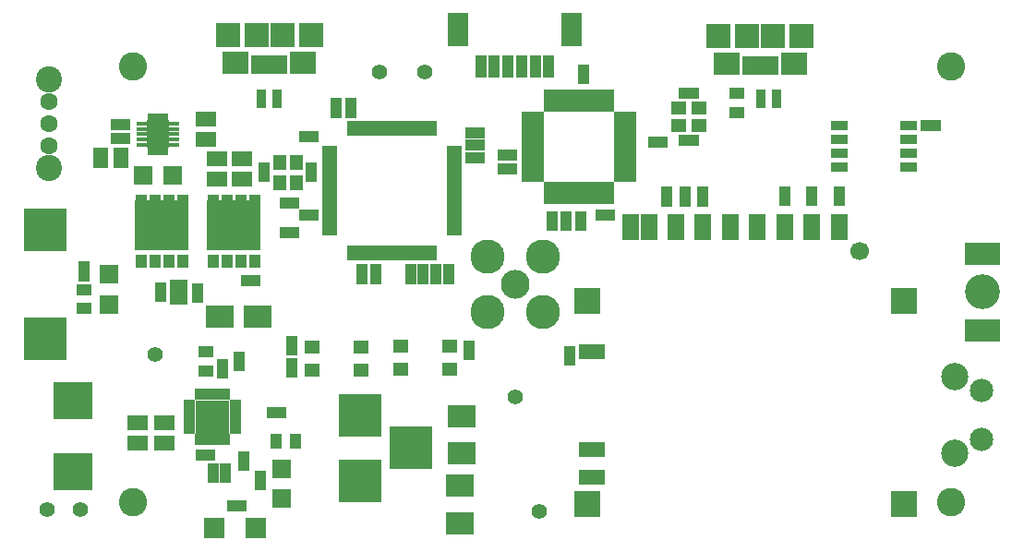
<source format=gbr>
G04 #@! TF.FileFunction,Soldermask,Top*
%FSLAX46Y46*%
G04 Gerber Fmt 4.6, Leading zero omitted, Abs format (unit mm)*
G04 Created by KiCad (PCBNEW 4.0.7) date 05/21/18 17:19:51*
%MOMM*%
%LPD*%
G01*
G04 APERTURE LIST*
%ADD10C,0.100000*%
%ADD11C,2.600000*%
%ADD12R,3.900120X3.900120*%
%ADD13R,1.500000X2.400000*%
%ADD14R,2.400000X1.400000*%
%ADD15R,2.400000X2.400000*%
%ADD16C,1.700000*%
%ADD17R,0.975000X1.050000*%
%ADD18R,0.650000X1.100000*%
%ADD19O,0.990000X0.420000*%
%ADD20R,0.420000X0.420000*%
%ADD21C,1.000000*%
%ADD22R,2.100000X2.550000*%
%ADD23R,1.050000X1.300000*%
%ADD24R,0.630000X1.000000*%
%ADD25R,3.900000X3.900000*%
%ADD26R,1.924000X1.924000*%
%ADD27C,3.190000*%
%ADD28R,3.190000X2.000000*%
%ADD29R,1.760000X1.800000*%
%ADD30R,1.050000X0.975000*%
%ADD31R,1.800000X1.760000*%
%ADD32R,1.900000X1.370000*%
%ADD33R,1.370000X1.900000*%
%ADD34R,2.500580X2.099260*%
%ADD35R,1.070000X1.400000*%
%ADD36R,2.297380X2.297380*%
%ADD37R,2.299920X2.297380*%
%ADD38R,2.195780X2.297380*%
%ADD39R,2.495500X1.997660*%
%ADD40R,0.798780X1.746200*%
%ADD41R,1.100000X1.200000*%
%ADD42R,4.900000X4.690000*%
%ADD43R,1.400000X1.070000*%
%ADD44R,1.450000X1.150000*%
%ADD45C,2.400000*%
%ADD46C,1.600000*%
%ADD47R,1.400000X0.650000*%
%ADD48R,0.650000X1.400000*%
%ADD49R,0.680000X1.250000*%
%ADD50R,0.680000X1.150000*%
%ADD51R,1.100000X0.660000*%
%ADD52R,0.660000X1.100000*%
%ADD53R,3.100000X3.100000*%
%ADD54R,1.543000X0.908000*%
%ADD55R,0.900000X0.700000*%
%ADD56R,1.300000X1.400000*%
%ADD57R,1.400000X1.300000*%
%ADD58C,3.140000*%
%ADD59C,2.640000*%
%ADD60R,1.000000X2.100000*%
%ADD61R,1.900000X3.100000*%
%ADD62R,1.950000X3.100000*%
%ADD63C,2.500000*%
%ADD64C,2.150000*%
%ADD65C,1.400000*%
%ADD66R,2.600000X2.000000*%
%ADD67R,3.650000X3.400000*%
%ADD68R,2.000000X0.950000*%
%ADD69R,0.950000X2.000000*%
G04 APERTURE END LIST*
D10*
D11*
X185000000Y-105000000D03*
X110000000Y-105000000D03*
X110000000Y-65000000D03*
D12*
X130800000Y-96999860D03*
X130800000Y-102999340D03*
X135499000Y-99999600D03*
D13*
X172229000Y-79792000D03*
X169729000Y-79792000D03*
X167229000Y-79792000D03*
X164729000Y-79792000D03*
X162229000Y-79792000D03*
X159729000Y-79792000D03*
X157304000Y-79792000D03*
X155604000Y-79792000D03*
X174729000Y-79792000D03*
D14*
X152054000Y-91192000D03*
X152054000Y-100142000D03*
X152054000Y-102742000D03*
D15*
X151654000Y-86542000D03*
X180654000Y-86542000D03*
X151654000Y-105192000D03*
X180654000Y-105192000D03*
D16*
X176654000Y-81992000D03*
D17*
X157702100Y-72009000D03*
X158477100Y-72009000D03*
D18*
X112868000Y-69822000D03*
X111668000Y-69822000D03*
X112868000Y-72672000D03*
X111668000Y-72672000D03*
D19*
X113743000Y-72247000D03*
X113743000Y-71747000D03*
D20*
X114028000Y-71247000D03*
D19*
X113743000Y-70747000D03*
D20*
X114028000Y-70247000D03*
D19*
X110793000Y-70247000D03*
X110793000Y-70747000D03*
D20*
X110508000Y-71247000D03*
X110508000Y-71747000D03*
X110508000Y-72247000D03*
D21*
X112268000Y-71247000D03*
X112768000Y-71747000D03*
X111768000Y-71747000D03*
X112768000Y-70747000D03*
X111768000Y-70747000D03*
D18*
X112468000Y-72672000D03*
X112068000Y-72672000D03*
X112468000Y-69822000D03*
X112068000Y-69822000D03*
D22*
X112268000Y-71247000D03*
D20*
X114028000Y-72247000D03*
X114028000Y-71747000D03*
D19*
X113743000Y-71247000D03*
D20*
X114028000Y-70747000D03*
D19*
X113743000Y-70247000D03*
D20*
X110508000Y-70247000D03*
X110508000Y-70747000D03*
D19*
X110793000Y-71247000D03*
X110793000Y-71747000D03*
X110793000Y-72247000D03*
D23*
X112703000Y-71807000D03*
X111833000Y-70687000D03*
X112703000Y-70687000D03*
X111833000Y-71807000D03*
D24*
X112868000Y-72672000D03*
X112468000Y-72672000D03*
X112068000Y-72672000D03*
X111668000Y-72672000D03*
X112868000Y-69822000D03*
X112468000Y-69822000D03*
X112068000Y-69822000D03*
X111668000Y-69822000D03*
D25*
X101981000Y-80000000D03*
X101981000Y-90000000D03*
D26*
X117475000Y-107391200D03*
X121285000Y-107391200D03*
D27*
X187849000Y-85725000D03*
D28*
X187849000Y-82225000D03*
X187849000Y-89225000D03*
D17*
X161338555Y-71786293D03*
X160563555Y-71786293D03*
X160563555Y-67462400D03*
X161338555Y-67462400D03*
D29*
X113648000Y-75057000D03*
X110888000Y-75057000D03*
D30*
X128651000Y-68446500D03*
X128651000Y-69221500D03*
X129971800Y-68446500D03*
X129971800Y-69221500D03*
D17*
X125723500Y-71501000D03*
X126498500Y-71501000D03*
X141738500Y-72263000D03*
X140963500Y-72263000D03*
D31*
X107823000Y-86851000D03*
X107823000Y-84091000D03*
D30*
X137769600Y-84461500D03*
X137769600Y-83686500D03*
X105537000Y-84207500D03*
X105537000Y-83432500D03*
X132295900Y-84461500D03*
X132295900Y-83686500D03*
X130975100Y-84461500D03*
X130975100Y-83686500D03*
D31*
X123600000Y-101920000D03*
X123600000Y-104680000D03*
D17*
X123945500Y-77597000D03*
X124720500Y-77597000D03*
X125723500Y-78638400D03*
X126498500Y-78638400D03*
D30*
X138912600Y-84461500D03*
X138912600Y-83686500D03*
D17*
X141738500Y-71120000D03*
X140963500Y-71120000D03*
X140963500Y-73406000D03*
X141738500Y-73406000D03*
D30*
X121970800Y-75139700D03*
X121970800Y-74364700D03*
X136601200Y-83686500D03*
X136601200Y-84461500D03*
X124565154Y-91055642D03*
X124565154Y-90280642D03*
X126365000Y-74364700D03*
X126365000Y-75139700D03*
D17*
X117037000Y-100711000D03*
X116262000Y-100711000D03*
D30*
X118491000Y-101936400D03*
X118491000Y-102711400D03*
D32*
X112854512Y-97695874D03*
X112854512Y-99605874D03*
X110441512Y-97695874D03*
X110441512Y-99605874D03*
D33*
X106995000Y-73406000D03*
X108905000Y-73406000D03*
D17*
X109226500Y-71628000D03*
X108451500Y-71628000D03*
D32*
X120015000Y-75377000D03*
X120015000Y-73467000D03*
X117729000Y-75377000D03*
X117729000Y-73467000D03*
D17*
X182746500Y-70485000D03*
X183521500Y-70485000D03*
D34*
X117929660Y-87985600D03*
X121389140Y-87985600D03*
D35*
X123125000Y-99400000D03*
X124875000Y-99400000D03*
D36*
X123698880Y-62147800D03*
D37*
X121301120Y-62147800D03*
D38*
X118700160Y-62147800D03*
D39*
X125598800Y-64697960D03*
D40*
X123797940Y-64824960D03*
X123147700Y-64824960D03*
X122500000Y-64824960D03*
X121852300Y-64824960D03*
X121202060Y-64824960D03*
D39*
X119401200Y-64697960D03*
D38*
X126299840Y-62147800D03*
D36*
X168698880Y-62247800D03*
D37*
X166301120Y-62247800D03*
D38*
X163700160Y-62247800D03*
D39*
X170598800Y-64797960D03*
D40*
X168797940Y-64924960D03*
X168147700Y-64924960D03*
X167500000Y-64924960D03*
X166852300Y-64924960D03*
X166202060Y-64924960D03*
D39*
X164401200Y-64797960D03*
D38*
X171299840Y-62247800D03*
D32*
X116636800Y-69834800D03*
X116636800Y-71744800D03*
D41*
X117342071Y-82872779D03*
X118612071Y-82872779D03*
X119892071Y-82872779D03*
X121162071Y-82872779D03*
X121162071Y-77372779D03*
X119892071Y-77372779D03*
X118612071Y-77372779D03*
X117342071Y-77372779D03*
D42*
X119252071Y-79622779D03*
D41*
X110738071Y-82872779D03*
X112008071Y-82872779D03*
X113288071Y-82872779D03*
X114558071Y-82872779D03*
X114558071Y-77372779D03*
X113288071Y-77372779D03*
X112008071Y-77372779D03*
X110738071Y-77372779D03*
D42*
X112648071Y-79622779D03*
D17*
X123945500Y-80264000D03*
X124720500Y-80264000D03*
X153681580Y-78668880D03*
X152906580Y-78668880D03*
X143955620Y-74411840D03*
X144730620Y-74411840D03*
X144730620Y-73162160D03*
X143955620Y-73162160D03*
D30*
X151066500Y-79572000D03*
X151066500Y-78797000D03*
X169722800Y-77336800D03*
X169722800Y-76561800D03*
X162229800Y-77349500D03*
X162229800Y-76574500D03*
X160591500Y-77349500D03*
X160591500Y-76574500D03*
X158940500Y-77349500D03*
X158940500Y-76574500D03*
X174726600Y-77336800D03*
X174726600Y-76561800D03*
X172237400Y-77336800D03*
X172237400Y-76561800D03*
X150053040Y-91189660D03*
X150053040Y-91964660D03*
X118237000Y-92347900D03*
X118237000Y-93122900D03*
X121666000Y-102599340D03*
X121666000Y-103374340D03*
D43*
X105537000Y-87235000D03*
X105537000Y-85485000D03*
D30*
X115950071Y-86233279D03*
X115950071Y-85458279D03*
X148399500Y-79572000D03*
X148399500Y-78797000D03*
X149733000Y-79572000D03*
X149733000Y-78797000D03*
D17*
X120388571Y-84702779D03*
X121163571Y-84702779D03*
D30*
X151282400Y-65373100D03*
X151282400Y-66148100D03*
D43*
X116713000Y-92975400D03*
X116713000Y-91225400D03*
D30*
X124565154Y-92312642D03*
X124565154Y-93087642D03*
X140817600Y-90671500D03*
X140817600Y-91446500D03*
X112521071Y-86112779D03*
X112521071Y-85337779D03*
X117348000Y-101936400D03*
X117348000Y-102711400D03*
D17*
X119144900Y-105333800D03*
X119919900Y-105333800D03*
D30*
X135483600Y-83686500D03*
X135483600Y-84461500D03*
D17*
X108451500Y-70358000D03*
X109226500Y-70358000D03*
D44*
X130879154Y-92886142D03*
X130879154Y-90736142D03*
X126379154Y-92886142D03*
X126379154Y-90736142D03*
X134503600Y-90669800D03*
X134503600Y-92819800D03*
X139003600Y-90669800D03*
X139003600Y-92819800D03*
D45*
X102280000Y-74380000D03*
X102280000Y-66180000D03*
D46*
X102280000Y-72280000D03*
X102280000Y-70280000D03*
X102280000Y-68280000D03*
D47*
X128031000Y-72640500D03*
X128031000Y-73140500D03*
X128031000Y-73640500D03*
X128031000Y-74140500D03*
X128031000Y-74640500D03*
X128031000Y-75140500D03*
X128031000Y-75640500D03*
X128031000Y-76140500D03*
X128031000Y-76640500D03*
X128031000Y-77140500D03*
X128031000Y-77640500D03*
X128031000Y-78140500D03*
X128031000Y-78640500D03*
X128031000Y-79140500D03*
X128031000Y-79640500D03*
X128031000Y-80140500D03*
D48*
X129981000Y-82090500D03*
X130481000Y-82090500D03*
X130981000Y-82090500D03*
X131481000Y-82090500D03*
X131981000Y-82090500D03*
X132481000Y-82090500D03*
X132981000Y-82090500D03*
X133481000Y-82090500D03*
X133981000Y-82090500D03*
X134481000Y-82090500D03*
X134981000Y-82090500D03*
X135481000Y-82090500D03*
X135981000Y-82090500D03*
X136481000Y-82090500D03*
X136981000Y-82090500D03*
X137481000Y-82090500D03*
D47*
X139431000Y-80140500D03*
X139431000Y-79640500D03*
X139431000Y-79140500D03*
X139431000Y-78640500D03*
X139431000Y-78140500D03*
X139431000Y-77640500D03*
X139431000Y-77140500D03*
X139431000Y-76640500D03*
X139431000Y-76140500D03*
X139431000Y-75640500D03*
X139431000Y-75140500D03*
X139431000Y-74640500D03*
X139431000Y-74140500D03*
X139431000Y-73640500D03*
X139431000Y-73140500D03*
X139431000Y-72640500D03*
D48*
X137481000Y-70690500D03*
X136981000Y-70690500D03*
X136481000Y-70690500D03*
X135981000Y-70690500D03*
X135481000Y-70690500D03*
X134981000Y-70690500D03*
X134481000Y-70690500D03*
X133981000Y-70690500D03*
X133481000Y-70690500D03*
X132981000Y-70690500D03*
X132481000Y-70690500D03*
X131981000Y-70690500D03*
X131481000Y-70690500D03*
X130981000Y-70690500D03*
X130481000Y-70690500D03*
X129981000Y-70690500D03*
D49*
X114672071Y-85193779D03*
D50*
X114172071Y-85143779D03*
X113672071Y-85143779D03*
X113672071Y-86293779D03*
X114172071Y-86293779D03*
X114672071Y-86293779D03*
D51*
X119389000Y-98410400D03*
X119389000Y-97910400D03*
X119389000Y-97410400D03*
X119389000Y-96910400D03*
X119389000Y-96410400D03*
X119389000Y-95910400D03*
D52*
X118539000Y-95060400D03*
X118039000Y-95060400D03*
X117539000Y-95060400D03*
X117039000Y-95060400D03*
X116539000Y-95060400D03*
X116039000Y-95060400D03*
D51*
X115189000Y-95910400D03*
X115189000Y-96410400D03*
X115189000Y-96910400D03*
X115189000Y-97410400D03*
X115189000Y-97910400D03*
X115189000Y-98410400D03*
D52*
X116039000Y-99260400D03*
X116539000Y-99260400D03*
X117039000Y-99260400D03*
X117539000Y-99260400D03*
X118039000Y-99260400D03*
X118539000Y-99260400D03*
D53*
X117289000Y-97160400D03*
D54*
X181102000Y-70485000D03*
X181102000Y-71755000D03*
X181102000Y-73025000D03*
X181102000Y-74295000D03*
X174752000Y-74295000D03*
X174752000Y-73025000D03*
X174752000Y-71755000D03*
X174752000Y-70485000D03*
D55*
X168975000Y-68500000D03*
X168975000Y-67500000D03*
X167525000Y-68000000D03*
X168975000Y-68000000D03*
X167525000Y-67500000D03*
X167525000Y-68500000D03*
X123225000Y-68500000D03*
X123225000Y-67500000D03*
X121775000Y-68000000D03*
X123225000Y-68000000D03*
X121775000Y-67500000D03*
X121775000Y-68500000D03*
D56*
X123431000Y-73827200D03*
X123431000Y-75677200D03*
X124981000Y-73827200D03*
X124981000Y-75677200D03*
D57*
X160026055Y-70402293D03*
X161876055Y-70402293D03*
X160026055Y-68852293D03*
X161876055Y-68852293D03*
D58*
X142460000Y-82460000D03*
X147540000Y-82460000D03*
X147540000Y-87540000D03*
X142460000Y-87540000D03*
D59*
X145000000Y-85000000D03*
D60*
X144375000Y-65024000D03*
X145625000Y-65024000D03*
X146875000Y-65024000D03*
X148125000Y-65024000D03*
X143125000Y-65024000D03*
X141875000Y-65024000D03*
D61*
X139775000Y-61674000D03*
D62*
X150225000Y-61674000D03*
D43*
X165354000Y-69251800D03*
X165354000Y-67501800D03*
D63*
X185324000Y-100502000D03*
D64*
X187814000Y-99242000D03*
X187814000Y-94742000D03*
D63*
X185324000Y-93492000D03*
D65*
X112014000Y-91440000D03*
X102108000Y-105664000D03*
X105156000Y-105664000D03*
X145051780Y-95361760D03*
X136779000Y-65532000D03*
X132588000Y-65532000D03*
X147218400Y-105867200D03*
D66*
X140100000Y-100515000D03*
X140100000Y-97085000D03*
X140000000Y-103500000D03*
X140000000Y-106930000D03*
D67*
X104521000Y-102183000D03*
X104521000Y-95683000D03*
D68*
X155130500Y-75209000D03*
X155130500Y-74409000D03*
X155130500Y-73609000D03*
X155130500Y-72809000D03*
X155130500Y-72009000D03*
X155130500Y-71209000D03*
X155130500Y-70409000D03*
X155130500Y-69609000D03*
D69*
X153680500Y-68159000D03*
X152880500Y-68159000D03*
X152080500Y-68159000D03*
X151280500Y-68159000D03*
X150480500Y-68159000D03*
X149680500Y-68159000D03*
X148880500Y-68159000D03*
X148080500Y-68159000D03*
D68*
X146630500Y-69609000D03*
X146630500Y-70409000D03*
X146630500Y-71209000D03*
X146630500Y-72009000D03*
X146630500Y-72809000D03*
X146630500Y-73609000D03*
X146630500Y-74409000D03*
X146630500Y-75209000D03*
D69*
X148080500Y-76659000D03*
X148880500Y-76659000D03*
X149680500Y-76659000D03*
X150480500Y-76659000D03*
X151280500Y-76659000D03*
X152080500Y-76659000D03*
X152880500Y-76659000D03*
X153680500Y-76659000D03*
D30*
X120142000Y-101606500D03*
X120142000Y-100831500D03*
D17*
X123514000Y-96774000D03*
X122739000Y-96774000D03*
D30*
X119761000Y-92487900D03*
X119761000Y-91712900D03*
D11*
X185000000Y-65000000D03*
M02*

</source>
